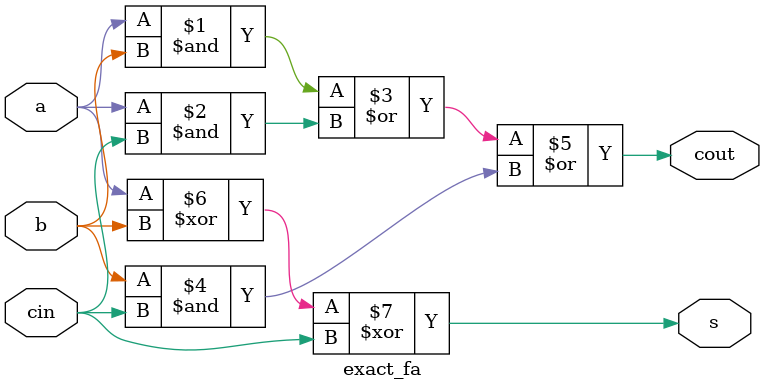
<source format=sv>
module exact_fa
(
    input logic a, b, cin,
    output logic cout, s
);

assign cout = (a & b) | (a & cin) | (b & cin);
assign s = a ^ b ^ cin; 

endmodule : exact_fa
</source>
